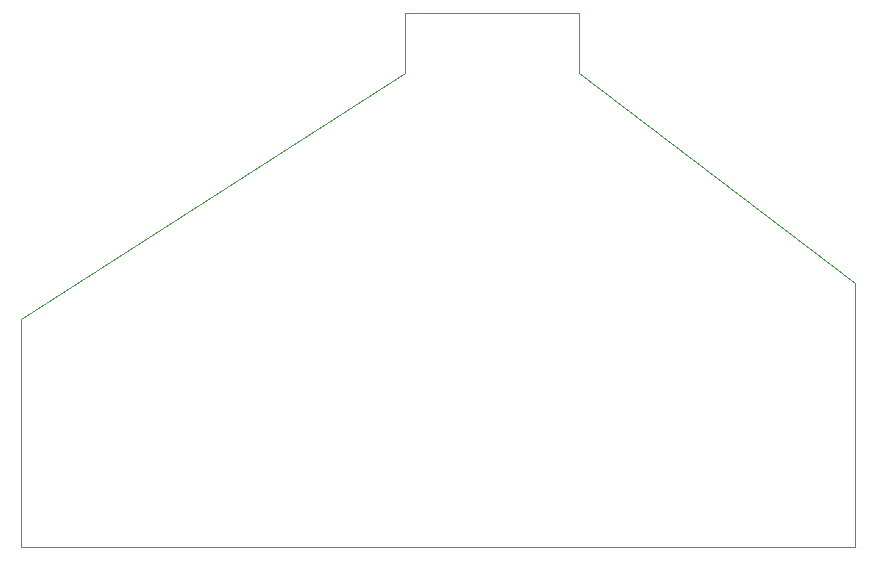
<source format=gbr>
G04 #@! TF.GenerationSoftware,KiCad,Pcbnew,(5.1.5)-3*
G04 #@! TF.CreationDate,2020-02-16T14:45:20-08:00*
G04 #@! TF.ProjectId,Down_Mixer_Rev2,446f776e-5f4d-4697-9865-725f52657632,rev?*
G04 #@! TF.SameCoordinates,Original*
G04 #@! TF.FileFunction,Profile,NP*
%FSLAX46Y46*%
G04 Gerber Fmt 4.6, Leading zero omitted, Abs format (unit mm)*
G04 Created by KiCad (PCBNEW (5.1.5)-3) date 2020-02-16 14:45:20*
%MOMM*%
%LPD*%
G04 APERTURE LIST*
%ADD10C,0.050000*%
G04 APERTURE END LIST*
D10*
X133604000Y-51308000D02*
X133604000Y-56388000D01*
X118872000Y-51308000D02*
X133604000Y-51308000D01*
X118872000Y-56388000D02*
X118872000Y-51308000D01*
X156972000Y-74168000D02*
X156972000Y-96520000D01*
X133604000Y-56388000D02*
X156972000Y-74168000D01*
X86360000Y-77216000D02*
X118872000Y-56388000D01*
X86360000Y-96520000D02*
X86360000Y-77216000D01*
X156972000Y-96520000D02*
X86360000Y-96520000D01*
M02*

</source>
